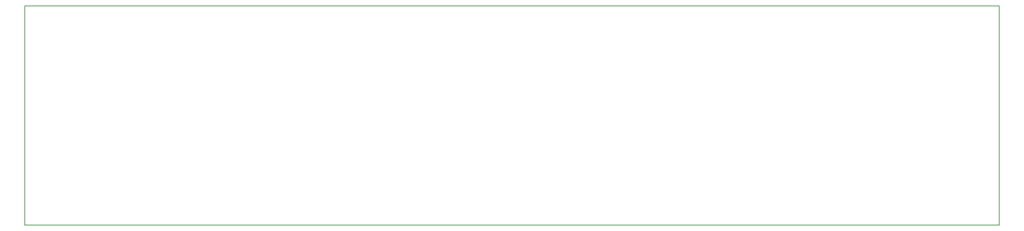
<source format=gm1>
G04 #@! TF.GenerationSoftware,KiCad,Pcbnew,8.0.5+1*
G04 #@! TF.CreationDate,2024-11-03T00:00:47+00:00*
G04 #@! TF.ProjectId,nixie_clock,6e697869-655f-4636-9c6f-636b2e6b6963,rev?*
G04 #@! TF.SameCoordinates,Original*
G04 #@! TF.FileFunction,Profile,NP*
%FSLAX46Y46*%
G04 Gerber Fmt 4.6, Leading zero omitted, Abs format (unit mm)*
G04 Created by KiCad (PCBNEW 8.0.5+1) date 2024-11-03 00:00:47*
%MOMM*%
%LPD*%
G01*
G04 APERTURE LIST*
G04 #@! TA.AperFunction,Profile*
%ADD10C,0.200000*%
G04 #@! TD*
G04 APERTURE END LIST*
D10*
X29200000Y-77800000D02*
X265450000Y-77800000D01*
X265450000Y-131050000D01*
X29200000Y-131050000D01*
X29200000Y-77800000D01*
M02*

</source>
